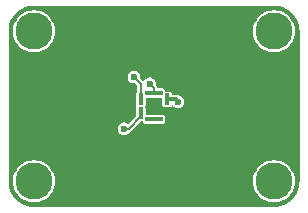
<source format=gbr>
%TF.GenerationSoftware,KiCad,Pcbnew,9.0.2*%
%TF.CreationDate,2025-05-19T10:14:33-04:00*%
%TF.ProjectId,lps28dfwBreakoutBoard,6c707332-3864-4667-9742-7265616b6f75,rev?*%
%TF.SameCoordinates,Original*%
%TF.FileFunction,Copper,L1,Top*%
%TF.FilePolarity,Positive*%
%FSLAX46Y46*%
G04 Gerber Fmt 4.6, Leading zero omitted, Abs format (unit mm)*
G04 Created by KiCad (PCBNEW 9.0.2) date 2025-05-19 10:14:33*
%MOMM*%
%LPD*%
G01*
G04 APERTURE LIST*
G04 Aperture macros list*
%AMRoundRect*
0 Rectangle with rounded corners*
0 $1 Rounding radius*
0 $2 $3 $4 $5 $6 $7 $8 $9 X,Y pos of 4 corners*
0 Add a 4 corners polygon primitive as box body*
4,1,4,$2,$3,$4,$5,$6,$7,$8,$9,$2,$3,0*
0 Add four circle primitives for the rounded corners*
1,1,$1+$1,$2,$3*
1,1,$1+$1,$4,$5*
1,1,$1+$1,$6,$7*
1,1,$1+$1,$8,$9*
0 Add four rect primitives between the rounded corners*
20,1,$1+$1,$2,$3,$4,$5,0*
20,1,$1+$1,$4,$5,$6,$7,0*
20,1,$1+$1,$6,$7,$8,$9,0*
20,1,$1+$1,$8,$9,$2,$3,0*%
G04 Aperture macros list end*
%TA.AperFunction,ComponentPad*%
%ADD10C,3.140000*%
%TD*%
%TA.AperFunction,SMDPad,CuDef*%
%ADD11RoundRect,0.050000X-0.673900X-0.153200X0.673900X-0.153200X0.673900X0.153200X-0.673900X0.153200X0*%
%TD*%
%TA.AperFunction,SMDPad,CuDef*%
%ADD12RoundRect,0.050000X-0.153200X0.419900X-0.153200X-0.419900X0.153200X-0.419900X0.153200X0.419900X0*%
%TD*%
%TA.AperFunction,SMDPad,CuDef*%
%ADD13RoundRect,0.050000X-0.419900X0.419900X-0.419900X-0.419900X0.419900X-0.419900X0.419900X0.419900X0*%
%TD*%
%TA.AperFunction,ViaPad*%
%ADD14C,0.600000*%
%TD*%
%TA.AperFunction,Conductor*%
%ADD15C,0.300000*%
%TD*%
%TA.AperFunction,Conductor*%
%ADD16C,0.200000*%
%TD*%
G04 APERTURE END LIST*
D10*
%TO.P,REF\u002A\u002A,*%
%TO.N,*%
X129540000Y-114300000D03*
%TD*%
%TO.P,REF\u002A\u002A,*%
%TO.N,*%
X149860000Y-101600000D03*
%TD*%
D11*
%TO.P,U1,1,SDA*%
%TO.N,/SDA*%
X139700000Y-106832400D03*
D12*
%TO.P,U1,2,SA0*%
%TO.N,/ADDR0*%
X138582400Y-107375000D03*
%TO.P,U1,3,SCL*%
%TO.N,/SCL*%
X138582400Y-108525000D03*
D11*
%TO.P,U1,4,INT_DRDY*%
%TO.N,unconnected-(U1-INT_DRDY-Pad4)*%
X139700000Y-109067600D03*
D12*
%TO.P,U1,5,GND*%
%TO.N,VSS*%
X140817600Y-108525000D03*
%TO.P,U1,6,VDD*%
%TO.N,+3V3*%
X140817600Y-107375000D03*
D13*
%TO.P,U1,7,LID*%
%TO.N,VSS*%
X139700000Y-107950000D03*
%TD*%
D10*
%TO.P,REF\u002A\u002A,*%
%TO.N,*%
X129540000Y-101600000D03*
%TD*%
%TO.P,REF\u002A\u002A,*%
%TO.N,*%
X149860000Y-114300000D03*
%TD*%
D14*
%TO.N,+3V3*%
X141732000Y-107569000D03*
%TO.N,VSS*%
X142494000Y-108915200D03*
X144018000Y-108915200D03*
X141986000Y-109728000D03*
X143205200Y-108915200D03*
X141986000Y-110591600D03*
X136652000Y-105537000D03*
%TO.N,/SDA*%
X139319000Y-106045000D03*
%TO.N,/SCL*%
X137160000Y-109855000D03*
%TO.N,/ADDR0*%
X137998200Y-105486200D03*
%TD*%
D15*
%TO.N,+3V3*%
X141538000Y-107375000D02*
X141732000Y-107569000D01*
X140817600Y-107375000D02*
X141538000Y-107375000D01*
D16*
%TO.N,/SDA*%
X139319000Y-106045000D02*
X139700000Y-106426000D01*
X139700000Y-106426000D02*
X139700000Y-106832400D01*
%TO.N,/SCL*%
X137160000Y-109855000D02*
X137541000Y-109855000D01*
X137541000Y-109855000D02*
X138582400Y-108813600D01*
X138582400Y-108813600D02*
X138582400Y-108525000D01*
%TO.N,/ADDR0*%
X137998200Y-105486200D02*
X138582400Y-106070400D01*
X138582400Y-106070400D02*
X138582400Y-107375000D01*
%TD*%
%TA.AperFunction,Conductor*%
%TO.N,VSS*%
G36*
X149862264Y-99441637D02*
G01*
X149883836Y-99442941D01*
X150115650Y-99456964D01*
X150124645Y-99458056D01*
X150372098Y-99503403D01*
X150380893Y-99505571D01*
X150621070Y-99580413D01*
X150629561Y-99583633D01*
X150858958Y-99686876D01*
X150866996Y-99691095D01*
X151082279Y-99821238D01*
X151089752Y-99826397D01*
X151287771Y-99981536D01*
X151294568Y-99987558D01*
X151472441Y-100165431D01*
X151478463Y-100172228D01*
X151633602Y-100370247D01*
X151638761Y-100377720D01*
X151768904Y-100593003D01*
X151773124Y-100601044D01*
X151876366Y-100830438D01*
X151879586Y-100838929D01*
X151954425Y-101079095D01*
X151956598Y-101087912D01*
X152001941Y-101335343D01*
X152003036Y-101344357D01*
X152018363Y-101597735D01*
X152018500Y-101602276D01*
X152018500Y-114297723D01*
X152018363Y-114302264D01*
X152003036Y-114555642D01*
X152001941Y-114564656D01*
X151956598Y-114812087D01*
X151954425Y-114820904D01*
X151879586Y-115061070D01*
X151876366Y-115069561D01*
X151773124Y-115298955D01*
X151768904Y-115306996D01*
X151638761Y-115522279D01*
X151633602Y-115529752D01*
X151478463Y-115727771D01*
X151472441Y-115734568D01*
X151294568Y-115912441D01*
X151287771Y-115918463D01*
X151089752Y-116073602D01*
X151082279Y-116078761D01*
X150866996Y-116208904D01*
X150858955Y-116213124D01*
X150629561Y-116316366D01*
X150621070Y-116319586D01*
X150380904Y-116394425D01*
X150372087Y-116396598D01*
X150124656Y-116441941D01*
X150115642Y-116443036D01*
X149862265Y-116458363D01*
X149857724Y-116458500D01*
X129542276Y-116458500D01*
X129537735Y-116458363D01*
X129284357Y-116443036D01*
X129275343Y-116441941D01*
X129027912Y-116396598D01*
X129019095Y-116394425D01*
X128778929Y-116319586D01*
X128770438Y-116316366D01*
X128541044Y-116213124D01*
X128533003Y-116208904D01*
X128317720Y-116078761D01*
X128310247Y-116073602D01*
X128112228Y-115918463D01*
X128105431Y-115912441D01*
X127927558Y-115734568D01*
X127921536Y-115727771D01*
X127911852Y-115715411D01*
X127766397Y-115529752D01*
X127761238Y-115522279D01*
X127631095Y-115306996D01*
X127626875Y-115298955D01*
X127523633Y-115069561D01*
X127520413Y-115061070D01*
X127460977Y-114870333D01*
X127445571Y-114820893D01*
X127443403Y-114812098D01*
X127398056Y-114564645D01*
X127396964Y-114555650D01*
X127381637Y-114302263D01*
X127381500Y-114297723D01*
X127381500Y-114183955D01*
X127769500Y-114183955D01*
X127769500Y-114416045D01*
X127799794Y-114646149D01*
X127846619Y-114820904D01*
X127859864Y-114870332D01*
X127859864Y-114870333D01*
X127948680Y-115084753D01*
X128064725Y-115285750D01*
X128206006Y-115469871D01*
X128206018Y-115469885D01*
X128370114Y-115633981D01*
X128370121Y-115633987D01*
X128370123Y-115633989D01*
X128554252Y-115775276D01*
X128755248Y-115891320D01*
X128969670Y-115980137D01*
X129193851Y-116040206D01*
X129423955Y-116070500D01*
X129423958Y-116070500D01*
X129656042Y-116070500D01*
X129656045Y-116070500D01*
X129886149Y-116040206D01*
X130110330Y-115980137D01*
X130324752Y-115891320D01*
X130525748Y-115775276D01*
X130709877Y-115633989D01*
X130873989Y-115469877D01*
X131015276Y-115285748D01*
X131131320Y-115084752D01*
X131220137Y-114870330D01*
X131280206Y-114646149D01*
X131310500Y-114416045D01*
X131310500Y-114183955D01*
X148089500Y-114183955D01*
X148089500Y-114416045D01*
X148119794Y-114646149D01*
X148166619Y-114820904D01*
X148179864Y-114870332D01*
X148179864Y-114870333D01*
X148268680Y-115084753D01*
X148384725Y-115285750D01*
X148526006Y-115469871D01*
X148526018Y-115469885D01*
X148690114Y-115633981D01*
X148690121Y-115633987D01*
X148690123Y-115633989D01*
X148874252Y-115775276D01*
X149075248Y-115891320D01*
X149289670Y-115980137D01*
X149513851Y-116040206D01*
X149743955Y-116070500D01*
X149743958Y-116070500D01*
X149976042Y-116070500D01*
X149976045Y-116070500D01*
X150206149Y-116040206D01*
X150430330Y-115980137D01*
X150644752Y-115891320D01*
X150845748Y-115775276D01*
X151029877Y-115633989D01*
X151193989Y-115469877D01*
X151335276Y-115285748D01*
X151451320Y-115084752D01*
X151540137Y-114870330D01*
X151600206Y-114646149D01*
X151630500Y-114416045D01*
X151630500Y-114183955D01*
X151600206Y-113953851D01*
X151540137Y-113729670D01*
X151451320Y-113515248D01*
X151335276Y-113314252D01*
X151193989Y-113130123D01*
X151193987Y-113130121D01*
X151193981Y-113130114D01*
X151029885Y-112966018D01*
X151029871Y-112966006D01*
X150845750Y-112824725D01*
X150644753Y-112708680D01*
X150430333Y-112619864D01*
X150430331Y-112619863D01*
X150430330Y-112619863D01*
X150206149Y-112559794D01*
X149976045Y-112529500D01*
X149743955Y-112529500D01*
X149513851Y-112559794D01*
X149513847Y-112559795D01*
X149513846Y-112559795D01*
X149371723Y-112597877D01*
X149289670Y-112619863D01*
X149289668Y-112619863D01*
X149289667Y-112619864D01*
X149289666Y-112619864D01*
X149075246Y-112708680D01*
X148874249Y-112824725D01*
X148690128Y-112966006D01*
X148690114Y-112966018D01*
X148526018Y-113130114D01*
X148526006Y-113130128D01*
X148384725Y-113314249D01*
X148268680Y-113515246D01*
X148179864Y-113729666D01*
X148179864Y-113729667D01*
X148179863Y-113729670D01*
X148119794Y-113953851D01*
X148089500Y-114183955D01*
X131310500Y-114183955D01*
X131280206Y-113953851D01*
X131220137Y-113729670D01*
X131131320Y-113515248D01*
X131015276Y-113314252D01*
X130873989Y-113130123D01*
X130873987Y-113130121D01*
X130873981Y-113130114D01*
X130709885Y-112966018D01*
X130709871Y-112966006D01*
X130525750Y-112824725D01*
X130324753Y-112708680D01*
X130110333Y-112619864D01*
X130110331Y-112619863D01*
X130110330Y-112619863D01*
X129886149Y-112559794D01*
X129656045Y-112529500D01*
X129423955Y-112529500D01*
X129193851Y-112559794D01*
X129193847Y-112559795D01*
X129193846Y-112559795D01*
X129051723Y-112597877D01*
X128969670Y-112619863D01*
X128969668Y-112619863D01*
X128969667Y-112619864D01*
X128969666Y-112619864D01*
X128755246Y-112708680D01*
X128554249Y-112824725D01*
X128370128Y-112966006D01*
X128370114Y-112966018D01*
X128206018Y-113130114D01*
X128206006Y-113130128D01*
X128064725Y-113314249D01*
X127948680Y-113515246D01*
X127859864Y-113729666D01*
X127859864Y-113729667D01*
X127859863Y-113729670D01*
X127799794Y-113953851D01*
X127769500Y-114183955D01*
X127381500Y-114183955D01*
X127381500Y-109785027D01*
X136628500Y-109785027D01*
X136628500Y-109924973D01*
X136655665Y-110026356D01*
X136664721Y-110060152D01*
X136734693Y-110181346D01*
X136734697Y-110181352D01*
X136833647Y-110280302D01*
X136833650Y-110280304D01*
X136833652Y-110280306D01*
X136954849Y-110350279D01*
X137090027Y-110386500D01*
X137090030Y-110386500D01*
X137229970Y-110386500D01*
X137229973Y-110386500D01*
X137365151Y-110350279D01*
X137486348Y-110280306D01*
X137585306Y-110181348D01*
X137588250Y-110176247D01*
X137627650Y-110143179D01*
X137633904Y-110141206D01*
X137656989Y-110135021D01*
X137725511Y-110095460D01*
X137781460Y-110039511D01*
X138603545Y-109217426D01*
X138618421Y-109210488D01*
X138630999Y-109199935D01*
X138647166Y-109197084D01*
X138650165Y-109195686D01*
X138656719Y-109195400D01*
X138703924Y-109195400D01*
X138752262Y-109212993D01*
X138777679Y-109255928D01*
X138790134Y-109318539D01*
X138790135Y-109318543D01*
X138845498Y-109401401D01*
X138928356Y-109456764D01*
X138928358Y-109456765D01*
X138928360Y-109456766D01*
X138952715Y-109461610D01*
X139001424Y-109471300D01*
X139001426Y-109471300D01*
X140398576Y-109471300D01*
X140435107Y-109464033D01*
X140471640Y-109456766D01*
X140554501Y-109401401D01*
X140609866Y-109318540D01*
X140624400Y-109245474D01*
X140624400Y-108889726D01*
X140609866Y-108816660D01*
X140609865Y-108816658D01*
X140609864Y-108816656D01*
X140554501Y-108733798D01*
X140471643Y-108678435D01*
X140471638Y-108678433D01*
X140398576Y-108663900D01*
X140398574Y-108663900D01*
X139061300Y-108663900D01*
X139012962Y-108646307D01*
X138987242Y-108601758D01*
X138986100Y-108588700D01*
X138986100Y-108080424D01*
X138971566Y-108007362D01*
X138971566Y-108007361D01*
X138971566Y-108007360D01*
X138961154Y-107991778D01*
X138948928Y-107941814D01*
X138961154Y-107908222D01*
X138971566Y-107892640D01*
X138986100Y-107819574D01*
X138986100Y-107311300D01*
X139003693Y-107262962D01*
X139048242Y-107237242D01*
X139061300Y-107236100D01*
X140338700Y-107236100D01*
X140387038Y-107253693D01*
X140412758Y-107298242D01*
X140413900Y-107311300D01*
X140413900Y-107819575D01*
X140428433Y-107892638D01*
X140428435Y-107892643D01*
X140483798Y-107975501D01*
X140566656Y-108030864D01*
X140566658Y-108030865D01*
X140566660Y-108030866D01*
X140591015Y-108035710D01*
X140639724Y-108045400D01*
X140639726Y-108045400D01*
X140995476Y-108045400D01*
X141032007Y-108038133D01*
X141068540Y-108030866D01*
X141151401Y-107975501D01*
X141194800Y-107910548D01*
X141236280Y-107880133D01*
X141287610Y-107883496D01*
X141310499Y-107899154D01*
X141405647Y-107994302D01*
X141405650Y-107994304D01*
X141405652Y-107994306D01*
X141526849Y-108064279D01*
X141662027Y-108100500D01*
X141662030Y-108100500D01*
X141801970Y-108100500D01*
X141801973Y-108100500D01*
X141937151Y-108064279D01*
X142058348Y-107994306D01*
X142157306Y-107895348D01*
X142227279Y-107774151D01*
X142263500Y-107638973D01*
X142263500Y-107499027D01*
X142227279Y-107363849D01*
X142157306Y-107242652D01*
X142157304Y-107242650D01*
X142157302Y-107242647D01*
X142058352Y-107143697D01*
X142058346Y-107143693D01*
X141937152Y-107073721D01*
X141903356Y-107064665D01*
X141801973Y-107037500D01*
X141662027Y-107037500D01*
X141662019Y-107037500D01*
X141657152Y-107038140D01*
X141627888Y-107036220D01*
X141584144Y-107024500D01*
X141296500Y-107024500D01*
X141248162Y-107006907D01*
X141222442Y-106962358D01*
X141221300Y-106949300D01*
X141221300Y-106930424D01*
X141206766Y-106857361D01*
X141206764Y-106857356D01*
X141151401Y-106774498D01*
X141068543Y-106719135D01*
X141068538Y-106719133D01*
X140995476Y-106704600D01*
X140995474Y-106704600D01*
X140696076Y-106704600D01*
X140647738Y-106687007D01*
X140622321Y-106644072D01*
X140618347Y-106624100D01*
X140609866Y-106581460D01*
X140609864Y-106581457D01*
X140609864Y-106581456D01*
X140554501Y-106498598D01*
X140471643Y-106443235D01*
X140471638Y-106443233D01*
X140398576Y-106428700D01*
X140398574Y-106428700D01*
X140069527Y-106428700D01*
X140021189Y-106411107D01*
X139996889Y-106372965D01*
X139980021Y-106310011D01*
X139940460Y-106241489D01*
X139884511Y-106185540D01*
X139872470Y-106173499D01*
X139850730Y-106126879D01*
X139850885Y-106119902D01*
X139850500Y-106119902D01*
X139850500Y-105975029D01*
X139850500Y-105975027D01*
X139814279Y-105839849D01*
X139744306Y-105718652D01*
X139744304Y-105718650D01*
X139744302Y-105718647D01*
X139645352Y-105619697D01*
X139645346Y-105619693D01*
X139524152Y-105549721D01*
X139490356Y-105540665D01*
X139388973Y-105513500D01*
X139249027Y-105513500D01*
X139167920Y-105535232D01*
X139113847Y-105549721D01*
X138992653Y-105619693D01*
X138992647Y-105619697D01*
X138893697Y-105718647D01*
X138893695Y-105718650D01*
X138855554Y-105784711D01*
X138816148Y-105817775D01*
X138764708Y-105817775D01*
X138737255Y-105800284D01*
X138551670Y-105614699D01*
X138529930Y-105568079D01*
X138530085Y-105561102D01*
X138529700Y-105561102D01*
X138529700Y-105416229D01*
X138529700Y-105416227D01*
X138493479Y-105281049D01*
X138423506Y-105159852D01*
X138423504Y-105159850D01*
X138423502Y-105159847D01*
X138324552Y-105060897D01*
X138324546Y-105060893D01*
X138203352Y-104990921D01*
X138169556Y-104981865D01*
X138068173Y-104954700D01*
X137928227Y-104954700D01*
X137847120Y-104976432D01*
X137793047Y-104990921D01*
X137671853Y-105060893D01*
X137671847Y-105060897D01*
X137572897Y-105159847D01*
X137572893Y-105159853D01*
X137502921Y-105281047D01*
X137484810Y-105348638D01*
X137466700Y-105416227D01*
X137466700Y-105556173D01*
X137493865Y-105657556D01*
X137502921Y-105691352D01*
X137572893Y-105812546D01*
X137572897Y-105812552D01*
X137671847Y-105911502D01*
X137671850Y-105911504D01*
X137671852Y-105911506D01*
X137793049Y-105981479D01*
X137928227Y-106017700D01*
X137928230Y-106017700D01*
X138073102Y-106017700D01*
X138073102Y-106020381D01*
X138113884Y-106029392D01*
X138126699Y-106039670D01*
X138259874Y-106172845D01*
X138281614Y-106219465D01*
X138281900Y-106226019D01*
X138281900Y-106712052D01*
X138264307Y-106760390D01*
X138248850Y-106774246D01*
X138248600Y-106774496D01*
X138193235Y-106857356D01*
X138193233Y-106857361D01*
X138178700Y-106930424D01*
X138178700Y-107819575D01*
X138193233Y-107892638D01*
X138193235Y-107892643D01*
X138203645Y-107908222D01*
X138215871Y-107958187D01*
X138203645Y-107991778D01*
X138193235Y-108007356D01*
X138193233Y-108007361D01*
X138178700Y-108080424D01*
X138178700Y-108761180D01*
X138161107Y-108809518D01*
X138156674Y-108814354D01*
X137562010Y-109409017D01*
X137515390Y-109430757D01*
X137471236Y-109420968D01*
X137365153Y-109359721D01*
X137311079Y-109345232D01*
X137229973Y-109323500D01*
X137090027Y-109323500D01*
X137008920Y-109345232D01*
X136954847Y-109359721D01*
X136833653Y-109429693D01*
X136833647Y-109429697D01*
X136734697Y-109528647D01*
X136734693Y-109528653D01*
X136664721Y-109649847D01*
X136646610Y-109717438D01*
X136628500Y-109785027D01*
X127381500Y-109785027D01*
X127381500Y-101602276D01*
X127381637Y-101597736D01*
X127388519Y-101483955D01*
X127769500Y-101483955D01*
X127769500Y-101716045D01*
X127799794Y-101946149D01*
X127799795Y-101946152D01*
X127799795Y-101946153D01*
X127859864Y-102170332D01*
X127859864Y-102170333D01*
X127948680Y-102384753D01*
X128064725Y-102585750D01*
X128206006Y-102769871D01*
X128206018Y-102769885D01*
X128370114Y-102933981D01*
X128370121Y-102933987D01*
X128370123Y-102933989D01*
X128554252Y-103075276D01*
X128755248Y-103191320D01*
X128969670Y-103280137D01*
X129193851Y-103340206D01*
X129423955Y-103370500D01*
X129423958Y-103370500D01*
X129656042Y-103370500D01*
X129656045Y-103370500D01*
X129886149Y-103340206D01*
X130110330Y-103280137D01*
X130324752Y-103191320D01*
X130525748Y-103075276D01*
X130709877Y-102933989D01*
X130873989Y-102769877D01*
X131015276Y-102585748D01*
X131131320Y-102384752D01*
X131220137Y-102170330D01*
X131280206Y-101946149D01*
X131310500Y-101716045D01*
X131310500Y-101483955D01*
X148089500Y-101483955D01*
X148089500Y-101716045D01*
X148119794Y-101946149D01*
X148119795Y-101946152D01*
X148119795Y-101946153D01*
X148179864Y-102170332D01*
X148179864Y-102170333D01*
X148268680Y-102384753D01*
X148384725Y-102585750D01*
X148526006Y-102769871D01*
X148526018Y-102769885D01*
X148690114Y-102933981D01*
X148690121Y-102933987D01*
X148690123Y-102933989D01*
X148874252Y-103075276D01*
X149075248Y-103191320D01*
X149289670Y-103280137D01*
X149513851Y-103340206D01*
X149743955Y-103370500D01*
X149743958Y-103370500D01*
X149976042Y-103370500D01*
X149976045Y-103370500D01*
X150206149Y-103340206D01*
X150430330Y-103280137D01*
X150644752Y-103191320D01*
X150845748Y-103075276D01*
X151029877Y-102933989D01*
X151193989Y-102769877D01*
X151335276Y-102585748D01*
X151451320Y-102384752D01*
X151540137Y-102170330D01*
X151600206Y-101946149D01*
X151630500Y-101716045D01*
X151630500Y-101483955D01*
X151600206Y-101253851D01*
X151540137Y-101029670D01*
X151451320Y-100815248D01*
X151335276Y-100614252D01*
X151193989Y-100430123D01*
X151193987Y-100430121D01*
X151193981Y-100430114D01*
X151029885Y-100266018D01*
X151029871Y-100266006D01*
X150845750Y-100124725D01*
X150644753Y-100008680D01*
X150430333Y-99919864D01*
X150430331Y-99919863D01*
X150430330Y-99919863D01*
X150206149Y-99859794D01*
X149976045Y-99829500D01*
X149743955Y-99829500D01*
X149513851Y-99859794D01*
X149513847Y-99859795D01*
X149513846Y-99859795D01*
X149371723Y-99897877D01*
X149289670Y-99919863D01*
X149289668Y-99919863D01*
X149289667Y-99919864D01*
X149289666Y-99919864D01*
X149075246Y-100008680D01*
X148874249Y-100124725D01*
X148690128Y-100266006D01*
X148690114Y-100266018D01*
X148526018Y-100430114D01*
X148526006Y-100430128D01*
X148384725Y-100614249D01*
X148268680Y-100815246D01*
X148179864Y-101029666D01*
X148179864Y-101029667D01*
X148179863Y-101029670D01*
X148119794Y-101253851D01*
X148089500Y-101483955D01*
X131310500Y-101483955D01*
X131280206Y-101253851D01*
X131220137Y-101029670D01*
X131131320Y-100815248D01*
X131015276Y-100614252D01*
X130873989Y-100430123D01*
X130873987Y-100430121D01*
X130873981Y-100430114D01*
X130709885Y-100266018D01*
X130709871Y-100266006D01*
X130525750Y-100124725D01*
X130324753Y-100008680D01*
X130110333Y-99919864D01*
X130110331Y-99919863D01*
X130110330Y-99919863D01*
X129886149Y-99859794D01*
X129656045Y-99829500D01*
X129423955Y-99829500D01*
X129193851Y-99859794D01*
X129193847Y-99859795D01*
X129193846Y-99859795D01*
X129051723Y-99897877D01*
X128969670Y-99919863D01*
X128969668Y-99919863D01*
X128969667Y-99919864D01*
X128969666Y-99919864D01*
X128755246Y-100008680D01*
X128554249Y-100124725D01*
X128370128Y-100266006D01*
X128370114Y-100266018D01*
X128206018Y-100430114D01*
X128206006Y-100430128D01*
X128064725Y-100614249D01*
X127948680Y-100815246D01*
X127859864Y-101029666D01*
X127859864Y-101029667D01*
X127859863Y-101029670D01*
X127799794Y-101253851D01*
X127769500Y-101483955D01*
X127388519Y-101483955D01*
X127388943Y-101476953D01*
X127391424Y-101435932D01*
X127396964Y-101344347D01*
X127398056Y-101335355D01*
X127443404Y-101087897D01*
X127445570Y-101079110D01*
X127520415Y-100838923D01*
X127523633Y-100830438D01*
X127626879Y-100601034D01*
X127631089Y-100593012D01*
X127761243Y-100377712D01*
X127766391Y-100370254D01*
X127921542Y-100172220D01*
X127927550Y-100165439D01*
X128105439Y-99987550D01*
X128112220Y-99981542D01*
X128310254Y-99826391D01*
X128317712Y-99821243D01*
X128533012Y-99691089D01*
X128541034Y-99686879D01*
X128770443Y-99583630D01*
X128778923Y-99580415D01*
X129019110Y-99505570D01*
X129027897Y-99503404D01*
X129275355Y-99458056D01*
X129284347Y-99456964D01*
X129518104Y-99442824D01*
X129537736Y-99441637D01*
X129542276Y-99441500D01*
X129594851Y-99441500D01*
X149805149Y-99441500D01*
X149857724Y-99441500D01*
X149862264Y-99441637D01*
G37*
%TD.AperFunction*%
%TD*%
M02*

</source>
